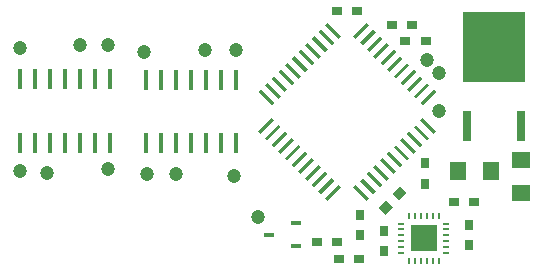
<source format=gbr>
G04 DipTrace 2.4.0.2*
%INTopPaste.gbr*%
%MOIN*%
%ADD33C,0.0472*%
%ADD51R,0.0157X0.0709*%
%ADD53R,0.0886X0.0886*%
%ADD55O,0.0256X0.0039*%
%ADD57O,0.0039X0.0256*%
%ADD59R,0.2106X0.2343*%
%ADD61R,0.0315X0.1004*%
%ADD65R,0.0335X0.0177*%
%ADD75R,0.063X0.0551*%
%ADD77R,0.0551X0.063*%
%ADD79R,0.0315X0.0354*%
%ADD81R,0.0354X0.0315*%
%FSLAX44Y44*%
G04*
G70*
G90*
G75*
G01*
%LNTopPaste*%
%LPD*%
D81*
X15562Y13000D3*
X16231D3*
D79*
X18479Y7264D3*
Y7934D3*
X19962Y5225D3*
Y5894D3*
D81*
X15599Y4748D3*
X16268D3*
D79*
X17098Y5000D3*
Y5669D3*
X16306Y5556D3*
Y6225D3*
D77*
X20687Y7687D3*
X19585D3*
D75*
X21687Y6937D3*
Y8039D3*
D65*
X14187Y5187D3*
Y5935D3*
X13281Y5561D3*
D81*
X18500Y12000D3*
X17830D3*
X17393Y12562D3*
X18062D3*
X15562Y5312D3*
X14893D3*
G36*
X17630Y6699D2*
X17408Y6921D1*
X17658Y7172D1*
X17881Y6949D1*
X17630Y6699D1*
G37*
G36*
X17157Y6225D2*
X16934Y6448D1*
X17185Y6699D1*
X17408Y6476D1*
X17157Y6225D1*
G37*
D81*
X19455Y6642D3*
X20125D3*
D33*
X18562Y11375D3*
X18937Y10937D3*
X12906Y6163D3*
X18937Y9687D3*
G36*
X13006Y8923D2*
X12923Y9006D1*
X13368Y9451D1*
X13451Y9368D1*
X13006Y8923D1*
G37*
G36*
X13229Y8700D2*
X13145Y8783D1*
X13591Y9229D1*
X13674Y9145D1*
X13229Y8700D1*
G37*
G36*
X13451Y8477D2*
X13368Y8561D1*
X13813Y9006D1*
X13897Y8923D1*
X13451Y8477D1*
G37*
G36*
X13674Y8254D2*
X13591Y8338D1*
X14036Y8783D1*
X14120Y8700D1*
X13674Y8254D1*
G37*
G36*
X13897Y8032D2*
X13813Y8115D1*
X14259Y8561D1*
X14342Y8477D1*
X13897Y8032D1*
G37*
G36*
X14120Y7809D2*
X14036Y7892D1*
X14482Y8338D1*
X14565Y8254D1*
X14120Y7809D1*
G37*
G36*
X14342Y7586D2*
X14259Y7670D1*
X14704Y8115D1*
X14788Y8032D1*
X14342Y7586D1*
G37*
G36*
X14565Y7364D2*
X14482Y7447D1*
X14927Y7893D1*
X15010Y7809D1*
X14565Y7364D1*
G37*
G36*
X14788Y7141D2*
X14704Y7224D1*
X15150Y7670D1*
X15233Y7586D1*
X14788Y7141D1*
G37*
G36*
X15010Y6918D2*
X14927Y7002D1*
X15372Y7447D1*
X15456Y7364D1*
X15010Y6918D1*
G37*
G36*
X15233Y6695D2*
X15150Y6779D1*
X15595Y7224D1*
X15679Y7141D1*
X15233Y6695D1*
G37*
G36*
X16096Y7141D2*
X16180Y7224D1*
X16625Y6779D1*
X16542Y6695D1*
X16096Y7141D1*
G37*
G36*
X16319Y7364D2*
X16402Y7447D1*
X16848Y7002D1*
X16764Y6918D1*
X16319Y7364D1*
G37*
G36*
X16542Y7586D2*
X16625Y7670D1*
X17071Y7224D1*
X16987Y7141D1*
X16542Y7586D1*
G37*
G36*
X16764Y7809D2*
X16848Y7893D1*
X17293Y7447D1*
X17210Y7364D1*
X16764Y7809D1*
G37*
G36*
X16987Y8032D2*
X17071Y8115D1*
X17516Y7670D1*
X17432Y7586D1*
X16987Y8032D1*
G37*
G36*
X17210Y8254D2*
X17293Y8338D1*
X17739Y7892D1*
X17655Y7809D1*
X17210Y8254D1*
G37*
G36*
X17432Y8477D2*
X17516Y8561D1*
X17961Y8115D1*
X17878Y8032D1*
X17432Y8477D1*
G37*
G36*
X17655Y8700D2*
X17739Y8783D1*
X18184Y8338D1*
X18101Y8254D1*
X17655Y8700D1*
G37*
G36*
X17878Y8923D2*
X17961Y9006D1*
X18407Y8561D1*
X18323Y8477D1*
X17878Y8923D1*
G37*
G36*
X18101Y9145D2*
X18184Y9229D1*
X18629Y8783D1*
X18546Y8700D1*
X18101Y9145D1*
G37*
G36*
X18323Y9368D2*
X18407Y9451D1*
X18852Y9006D1*
X18769Y8923D1*
X18323Y9368D1*
G37*
G36*
X18407Y9869D2*
X18323Y9953D1*
X18769Y10398D1*
X18852Y10314D1*
X18407Y9869D1*
G37*
G36*
X18184Y10092D2*
X18101Y10175D1*
X18546Y10621D1*
X18629Y10537D1*
X18184Y10092D1*
G37*
G36*
X17961Y10314D2*
X17878Y10398D1*
X18323Y10843D1*
X18407Y10760D1*
X17961Y10314D1*
G37*
G36*
X17739Y10537D2*
X17655Y10621D1*
X18101Y11066D1*
X18184Y10983D1*
X17739Y10537D1*
G37*
G36*
X17516Y10760D2*
X17432Y10843D1*
X17878Y11289D1*
X17961Y11205D1*
X17516Y10760D1*
G37*
G36*
X17293Y10983D2*
X17210Y11066D1*
X17655Y11512D1*
X17739Y11428D1*
X17293Y10983D1*
G37*
G36*
X17071Y11205D2*
X16987Y11289D1*
X17432Y11734D1*
X17516Y11651D1*
X17071Y11205D1*
G37*
G36*
X16848Y11428D2*
X16764Y11512D1*
X17210Y11957D1*
X17293Y11873D1*
X16848Y11428D1*
G37*
G36*
X16625Y11651D2*
X16542Y11734D1*
X16987Y12180D1*
X17071Y12096D1*
X16625Y11651D1*
G37*
G36*
X16402Y11873D2*
X16319Y11957D1*
X16764Y12402D1*
X16848Y12319D1*
X16402Y11873D1*
G37*
G36*
X16180Y12096D2*
X16096Y12180D1*
X16542Y12625D1*
X16625Y12542D1*
X16180Y12096D1*
G37*
G36*
X15150Y12542D2*
X15233Y12625D1*
X15679Y12180D1*
X15595Y12096D1*
X15150Y12542D1*
G37*
G36*
X14927Y12319D2*
X15010Y12402D1*
X15456Y11957D1*
X15372Y11873D1*
X14927Y12319D1*
G37*
G36*
X14704Y12096D2*
X14788Y12180D1*
X15233Y11734D1*
X15150Y11651D1*
X14704Y12096D1*
G37*
G36*
X14482Y11873D2*
X14565Y11957D1*
X15010Y11512D1*
X14927Y11428D1*
X14482Y11873D1*
G37*
G36*
X14259Y11651D2*
X14342Y11734D1*
X14788Y11289D1*
X14704Y11205D1*
X14259Y11651D1*
G37*
G36*
X14036Y11428D2*
X14120Y11512D1*
X14565Y11066D1*
X14482Y10983D1*
X14036Y11428D1*
G37*
G36*
X13813Y11205D2*
X13897Y11289D1*
X14342Y10843D1*
X14259Y10760D1*
X13813Y11205D1*
G37*
G36*
X13591Y10983D2*
X13674Y11066D1*
X14120Y10621D1*
X14036Y10537D1*
X13591Y10983D1*
G37*
G36*
X13368Y10760D2*
X13451Y10843D1*
X13897Y10398D1*
X13813Y10314D1*
X13368Y10760D1*
G37*
G36*
X13145Y10537D2*
X13229Y10621D1*
X13674Y10175D1*
X13591Y10092D1*
X13145Y10537D1*
G37*
G36*
X12923Y10314D2*
X13006Y10398D1*
X13451Y9953D1*
X13368Y9869D1*
X12923Y10314D1*
G37*
D61*
X19886Y9181D3*
X21681D3*
D59*
X20783Y11819D3*
D57*
X18937Y6187D3*
X18740D3*
X18543D3*
X18346D3*
X18150D3*
X17953D3*
D55*
X17697Y5931D3*
Y5734D3*
Y5537D3*
Y5341D3*
Y5144D3*
Y4947D3*
D57*
X17953Y4691D3*
X18150D3*
X18346D3*
X18543D3*
X18740D3*
X18937D3*
D55*
X19193Y4947D3*
Y5144D3*
Y5341D3*
Y5537D3*
Y5734D3*
Y5931D3*
D53*
X18445Y5439D3*
D51*
X7984Y10748D3*
X7484D3*
X6984D3*
X6484D3*
X5984D3*
X5484D3*
X4984D3*
Y8622D3*
X5484D3*
X5984D3*
X6484D3*
X6984D3*
X7484D3*
X7984D3*
X12176Y10726D3*
X11676D3*
X11176D3*
X10676D3*
X10176D3*
X9676D3*
X9176D3*
Y8600D3*
X9676D3*
X10176D3*
X10676D3*
X11176D3*
X11676D3*
X12176D3*
D33*
X4987Y11794D3*
X7928Y7745D3*
X9119Y11635D3*
X12105Y7502D3*
X10184Y7584D3*
X11151Y11709D3*
X5868Y7616D3*
X6973Y11878D3*
X7927Y11868D3*
X4982Y7675D3*
X12176Y11707D3*
X9205Y7593D3*
M02*

</source>
